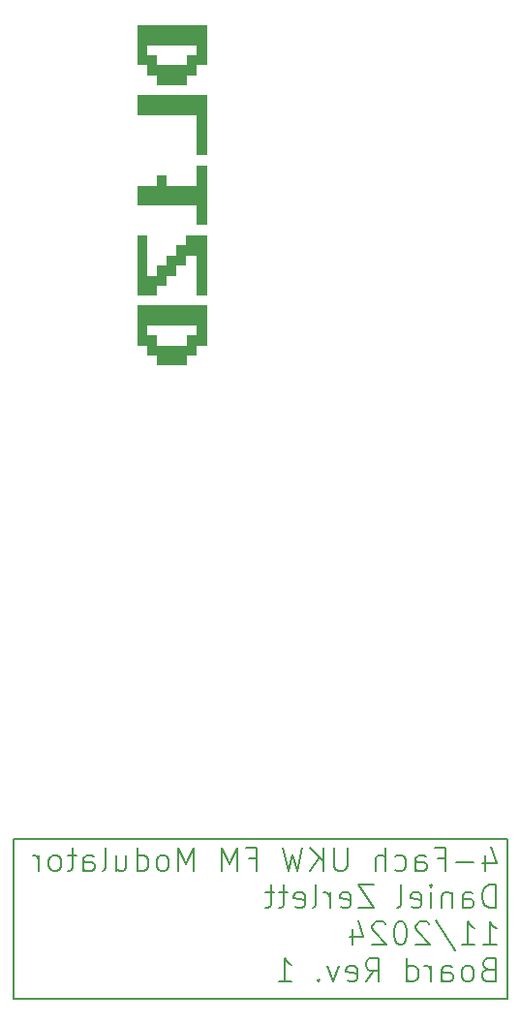
<source format=gbr>
%TF.GenerationSoftware,KiCad,Pcbnew,8.0.6*%
%TF.CreationDate,2024-11-28T17:20:23+01:00*%
%TF.ProjectId,fm-tx-LCD,666d2d74-782d-44c4-9344-2e6b69636164,rev?*%
%TF.SameCoordinates,Original*%
%TF.FileFunction,Legend,Bot*%
%TF.FilePolarity,Positive*%
%FSLAX46Y46*%
G04 Gerber Fmt 4.6, Leading zero omitted, Abs format (unit mm)*
G04 Created by KiCad (PCBNEW 8.0.6) date 2024-11-28 17:20:23*
%MOMM*%
%LPD*%
G01*
G04 APERTURE LIST*
%ADD10C,0.150000*%
G04 APERTURE END LIST*
D10*
X99060000Y-107950000D02*
X142240000Y-107950000D01*
X142240000Y-121920000D01*
X99060000Y-121920000D01*
X99060000Y-107950000D01*
G36*
X115990000Y-40330000D02*
G01*
X115130265Y-40330000D01*
X115130265Y-41206831D01*
X114270530Y-41206831D01*
X114270530Y-42066566D01*
X111613168Y-42066566D01*
X111613168Y-41206831D01*
X110753433Y-41206831D01*
X110753433Y-40330000D01*
X109893698Y-40330000D01*
X109893698Y-39456831D01*
X110769309Y-39456831D01*
X111613168Y-39456831D01*
X111613168Y-40330000D01*
X114270530Y-40330000D01*
X114270530Y-39456831D01*
X115114389Y-39456831D01*
X115114389Y-38580000D01*
X110769309Y-38580000D01*
X110769309Y-39456831D01*
X109893698Y-39456831D01*
X109893698Y-36830000D01*
X115990000Y-36830000D01*
X115990000Y-40330000D01*
G37*
G36*
X109893698Y-44705610D02*
G01*
X115114389Y-44705610D01*
X115114389Y-48192177D01*
X115990000Y-48192177D01*
X115990000Y-42955610D01*
X109893698Y-42955610D01*
X109893698Y-44705610D01*
G37*
G36*
X115990000Y-49081221D02*
G01*
X115114389Y-49081221D01*
X115114389Y-50848318D01*
X112488778Y-50848318D01*
X112488778Y-49965380D01*
X111613168Y-49965380D01*
X111613168Y-50848318D01*
X109893698Y-50848318D01*
X109893698Y-52598318D01*
X115114389Y-52598318D01*
X115114389Y-54317787D01*
X115990000Y-54317787D01*
X115990000Y-49081221D01*
G37*
G36*
X115990000Y-55206831D02*
G01*
X114192372Y-55206831D01*
X114192372Y-56066566D01*
X113332637Y-56066566D01*
X113332637Y-56973928D01*
X112472903Y-56973928D01*
X112472903Y-57833663D01*
X111613168Y-57833663D01*
X111613168Y-58723928D01*
X110769309Y-58723928D01*
X110769309Y-55206831D01*
X109893698Y-55206831D01*
X109893698Y-60443398D01*
X111613168Y-60443398D01*
X111613168Y-59583663D01*
X112472903Y-59583663D01*
X112472903Y-58723928D01*
X113332637Y-58723928D01*
X113332637Y-57816566D01*
X114192372Y-57816566D01*
X114192372Y-56956831D01*
X115114389Y-56956831D01*
X115114389Y-60443398D01*
X115990000Y-60443398D01*
X115990000Y-55206831D01*
G37*
G36*
X115990000Y-64832442D02*
G01*
X115130265Y-64832442D01*
X115130265Y-65709274D01*
X114270530Y-65709274D01*
X114270530Y-66569009D01*
X111613168Y-66569009D01*
X111613168Y-65709274D01*
X110753433Y-65709274D01*
X110753433Y-64832442D01*
X109893698Y-64832442D01*
X109893698Y-63959274D01*
X110769309Y-63959274D01*
X111613168Y-63959274D01*
X111613168Y-64832442D01*
X114270530Y-64832442D01*
X114270530Y-63959274D01*
X115114389Y-63959274D01*
X115114389Y-63082442D01*
X110769309Y-63082442D01*
X110769309Y-63959274D01*
X109893698Y-63959274D01*
X109893698Y-61332442D01*
X115990000Y-61332442D01*
X115990000Y-64832442D01*
G37*
X140357982Y-109404440D02*
X140357982Y-110737774D01*
X140834173Y-108642536D02*
X141310363Y-110071107D01*
X141310363Y-110071107D02*
X140072268Y-110071107D01*
X139310363Y-109975869D02*
X137786554Y-109975869D01*
X136167506Y-109690155D02*
X136834173Y-109690155D01*
X136834173Y-110737774D02*
X136834173Y-108737774D01*
X136834173Y-108737774D02*
X135881792Y-108737774D01*
X134262744Y-110737774D02*
X134262744Y-109690155D01*
X134262744Y-109690155D02*
X134357982Y-109499678D01*
X134357982Y-109499678D02*
X134548458Y-109404440D01*
X134548458Y-109404440D02*
X134929411Y-109404440D01*
X134929411Y-109404440D02*
X135119887Y-109499678D01*
X134262744Y-110642536D02*
X134453220Y-110737774D01*
X134453220Y-110737774D02*
X134929411Y-110737774D01*
X134929411Y-110737774D02*
X135119887Y-110642536D01*
X135119887Y-110642536D02*
X135215125Y-110452059D01*
X135215125Y-110452059D02*
X135215125Y-110261583D01*
X135215125Y-110261583D02*
X135119887Y-110071107D01*
X135119887Y-110071107D02*
X134929411Y-109975869D01*
X134929411Y-109975869D02*
X134453220Y-109975869D01*
X134453220Y-109975869D02*
X134262744Y-109880631D01*
X132453220Y-110642536D02*
X132643696Y-110737774D01*
X132643696Y-110737774D02*
X133024649Y-110737774D01*
X133024649Y-110737774D02*
X133215125Y-110642536D01*
X133215125Y-110642536D02*
X133310363Y-110547297D01*
X133310363Y-110547297D02*
X133405601Y-110356821D01*
X133405601Y-110356821D02*
X133405601Y-109785393D01*
X133405601Y-109785393D02*
X133310363Y-109594916D01*
X133310363Y-109594916D02*
X133215125Y-109499678D01*
X133215125Y-109499678D02*
X133024649Y-109404440D01*
X133024649Y-109404440D02*
X132643696Y-109404440D01*
X132643696Y-109404440D02*
X132453220Y-109499678D01*
X131596077Y-110737774D02*
X131596077Y-108737774D01*
X130738934Y-110737774D02*
X130738934Y-109690155D01*
X130738934Y-109690155D02*
X130834172Y-109499678D01*
X130834172Y-109499678D02*
X131024648Y-109404440D01*
X131024648Y-109404440D02*
X131310363Y-109404440D01*
X131310363Y-109404440D02*
X131500839Y-109499678D01*
X131500839Y-109499678D02*
X131596077Y-109594916D01*
X128262743Y-108737774D02*
X128262743Y-110356821D01*
X128262743Y-110356821D02*
X128167505Y-110547297D01*
X128167505Y-110547297D02*
X128072267Y-110642536D01*
X128072267Y-110642536D02*
X127881791Y-110737774D01*
X127881791Y-110737774D02*
X127500838Y-110737774D01*
X127500838Y-110737774D02*
X127310362Y-110642536D01*
X127310362Y-110642536D02*
X127215124Y-110547297D01*
X127215124Y-110547297D02*
X127119886Y-110356821D01*
X127119886Y-110356821D02*
X127119886Y-108737774D01*
X126167505Y-110737774D02*
X126167505Y-108737774D01*
X125024648Y-110737774D02*
X125881791Y-109594916D01*
X125024648Y-108737774D02*
X126167505Y-109880631D01*
X124357981Y-108737774D02*
X123881791Y-110737774D01*
X123881791Y-110737774D02*
X123500838Y-109309202D01*
X123500838Y-109309202D02*
X123119886Y-110737774D01*
X123119886Y-110737774D02*
X122643696Y-108737774D01*
X119691314Y-109690155D02*
X120357981Y-109690155D01*
X120357981Y-110737774D02*
X120357981Y-108737774D01*
X120357981Y-108737774D02*
X119405600Y-108737774D01*
X118643695Y-110737774D02*
X118643695Y-108737774D01*
X118643695Y-108737774D02*
X117977028Y-110166345D01*
X117977028Y-110166345D02*
X117310362Y-108737774D01*
X117310362Y-108737774D02*
X117310362Y-110737774D01*
X114834171Y-110737774D02*
X114834171Y-108737774D01*
X114834171Y-108737774D02*
X114167504Y-110166345D01*
X114167504Y-110166345D02*
X113500838Y-108737774D01*
X113500838Y-108737774D02*
X113500838Y-110737774D01*
X112262743Y-110737774D02*
X112453219Y-110642536D01*
X112453219Y-110642536D02*
X112548457Y-110547297D01*
X112548457Y-110547297D02*
X112643695Y-110356821D01*
X112643695Y-110356821D02*
X112643695Y-109785393D01*
X112643695Y-109785393D02*
X112548457Y-109594916D01*
X112548457Y-109594916D02*
X112453219Y-109499678D01*
X112453219Y-109499678D02*
X112262743Y-109404440D01*
X112262743Y-109404440D02*
X111977028Y-109404440D01*
X111977028Y-109404440D02*
X111786552Y-109499678D01*
X111786552Y-109499678D02*
X111691314Y-109594916D01*
X111691314Y-109594916D02*
X111596076Y-109785393D01*
X111596076Y-109785393D02*
X111596076Y-110356821D01*
X111596076Y-110356821D02*
X111691314Y-110547297D01*
X111691314Y-110547297D02*
X111786552Y-110642536D01*
X111786552Y-110642536D02*
X111977028Y-110737774D01*
X111977028Y-110737774D02*
X112262743Y-110737774D01*
X109881790Y-110737774D02*
X109881790Y-108737774D01*
X109881790Y-110642536D02*
X110072266Y-110737774D01*
X110072266Y-110737774D02*
X110453219Y-110737774D01*
X110453219Y-110737774D02*
X110643695Y-110642536D01*
X110643695Y-110642536D02*
X110738933Y-110547297D01*
X110738933Y-110547297D02*
X110834171Y-110356821D01*
X110834171Y-110356821D02*
X110834171Y-109785393D01*
X110834171Y-109785393D02*
X110738933Y-109594916D01*
X110738933Y-109594916D02*
X110643695Y-109499678D01*
X110643695Y-109499678D02*
X110453219Y-109404440D01*
X110453219Y-109404440D02*
X110072266Y-109404440D01*
X110072266Y-109404440D02*
X109881790Y-109499678D01*
X108072266Y-109404440D02*
X108072266Y-110737774D01*
X108929409Y-109404440D02*
X108929409Y-110452059D01*
X108929409Y-110452059D02*
X108834171Y-110642536D01*
X108834171Y-110642536D02*
X108643695Y-110737774D01*
X108643695Y-110737774D02*
X108357980Y-110737774D01*
X108357980Y-110737774D02*
X108167504Y-110642536D01*
X108167504Y-110642536D02*
X108072266Y-110547297D01*
X106834171Y-110737774D02*
X107024647Y-110642536D01*
X107024647Y-110642536D02*
X107119885Y-110452059D01*
X107119885Y-110452059D02*
X107119885Y-108737774D01*
X105215123Y-110737774D02*
X105215123Y-109690155D01*
X105215123Y-109690155D02*
X105310361Y-109499678D01*
X105310361Y-109499678D02*
X105500837Y-109404440D01*
X105500837Y-109404440D02*
X105881790Y-109404440D01*
X105881790Y-109404440D02*
X106072266Y-109499678D01*
X105215123Y-110642536D02*
X105405599Y-110737774D01*
X105405599Y-110737774D02*
X105881790Y-110737774D01*
X105881790Y-110737774D02*
X106072266Y-110642536D01*
X106072266Y-110642536D02*
X106167504Y-110452059D01*
X106167504Y-110452059D02*
X106167504Y-110261583D01*
X106167504Y-110261583D02*
X106072266Y-110071107D01*
X106072266Y-110071107D02*
X105881790Y-109975869D01*
X105881790Y-109975869D02*
X105405599Y-109975869D01*
X105405599Y-109975869D02*
X105215123Y-109880631D01*
X104548456Y-109404440D02*
X103786552Y-109404440D01*
X104262742Y-108737774D02*
X104262742Y-110452059D01*
X104262742Y-110452059D02*
X104167504Y-110642536D01*
X104167504Y-110642536D02*
X103977028Y-110737774D01*
X103977028Y-110737774D02*
X103786552Y-110737774D01*
X102834171Y-110737774D02*
X103024647Y-110642536D01*
X103024647Y-110642536D02*
X103119885Y-110547297D01*
X103119885Y-110547297D02*
X103215123Y-110356821D01*
X103215123Y-110356821D02*
X103215123Y-109785393D01*
X103215123Y-109785393D02*
X103119885Y-109594916D01*
X103119885Y-109594916D02*
X103024647Y-109499678D01*
X103024647Y-109499678D02*
X102834171Y-109404440D01*
X102834171Y-109404440D02*
X102548456Y-109404440D01*
X102548456Y-109404440D02*
X102357980Y-109499678D01*
X102357980Y-109499678D02*
X102262742Y-109594916D01*
X102262742Y-109594916D02*
X102167504Y-109785393D01*
X102167504Y-109785393D02*
X102167504Y-110356821D01*
X102167504Y-110356821D02*
X102262742Y-110547297D01*
X102262742Y-110547297D02*
X102357980Y-110642536D01*
X102357980Y-110642536D02*
X102548456Y-110737774D01*
X102548456Y-110737774D02*
X102834171Y-110737774D01*
X101310361Y-110737774D02*
X101310361Y-109404440D01*
X101310361Y-109785393D02*
X101215123Y-109594916D01*
X101215123Y-109594916D02*
X101119885Y-109499678D01*
X101119885Y-109499678D02*
X100929409Y-109404440D01*
X100929409Y-109404440D02*
X100738932Y-109404440D01*
X141215125Y-113957662D02*
X141215125Y-111957662D01*
X141215125Y-111957662D02*
X140738935Y-111957662D01*
X140738935Y-111957662D02*
X140453220Y-112052900D01*
X140453220Y-112052900D02*
X140262744Y-112243376D01*
X140262744Y-112243376D02*
X140167506Y-112433852D01*
X140167506Y-112433852D02*
X140072268Y-112814804D01*
X140072268Y-112814804D02*
X140072268Y-113100519D01*
X140072268Y-113100519D02*
X140167506Y-113481471D01*
X140167506Y-113481471D02*
X140262744Y-113671947D01*
X140262744Y-113671947D02*
X140453220Y-113862424D01*
X140453220Y-113862424D02*
X140738935Y-113957662D01*
X140738935Y-113957662D02*
X141215125Y-113957662D01*
X138357982Y-113957662D02*
X138357982Y-112910043D01*
X138357982Y-112910043D02*
X138453220Y-112719566D01*
X138453220Y-112719566D02*
X138643696Y-112624328D01*
X138643696Y-112624328D02*
X139024649Y-112624328D01*
X139024649Y-112624328D02*
X139215125Y-112719566D01*
X138357982Y-113862424D02*
X138548458Y-113957662D01*
X138548458Y-113957662D02*
X139024649Y-113957662D01*
X139024649Y-113957662D02*
X139215125Y-113862424D01*
X139215125Y-113862424D02*
X139310363Y-113671947D01*
X139310363Y-113671947D02*
X139310363Y-113481471D01*
X139310363Y-113481471D02*
X139215125Y-113290995D01*
X139215125Y-113290995D02*
X139024649Y-113195757D01*
X139024649Y-113195757D02*
X138548458Y-113195757D01*
X138548458Y-113195757D02*
X138357982Y-113100519D01*
X137405601Y-112624328D02*
X137405601Y-113957662D01*
X137405601Y-112814804D02*
X137310363Y-112719566D01*
X137310363Y-112719566D02*
X137119887Y-112624328D01*
X137119887Y-112624328D02*
X136834172Y-112624328D01*
X136834172Y-112624328D02*
X136643696Y-112719566D01*
X136643696Y-112719566D02*
X136548458Y-112910043D01*
X136548458Y-112910043D02*
X136548458Y-113957662D01*
X135596077Y-113957662D02*
X135596077Y-112624328D01*
X135596077Y-111957662D02*
X135691315Y-112052900D01*
X135691315Y-112052900D02*
X135596077Y-112148138D01*
X135596077Y-112148138D02*
X135500839Y-112052900D01*
X135500839Y-112052900D02*
X135596077Y-111957662D01*
X135596077Y-111957662D02*
X135596077Y-112148138D01*
X133881791Y-113862424D02*
X134072267Y-113957662D01*
X134072267Y-113957662D02*
X134453220Y-113957662D01*
X134453220Y-113957662D02*
X134643696Y-113862424D01*
X134643696Y-113862424D02*
X134738934Y-113671947D01*
X134738934Y-113671947D02*
X134738934Y-112910043D01*
X134738934Y-112910043D02*
X134643696Y-112719566D01*
X134643696Y-112719566D02*
X134453220Y-112624328D01*
X134453220Y-112624328D02*
X134072267Y-112624328D01*
X134072267Y-112624328D02*
X133881791Y-112719566D01*
X133881791Y-112719566D02*
X133786553Y-112910043D01*
X133786553Y-112910043D02*
X133786553Y-113100519D01*
X133786553Y-113100519D02*
X134738934Y-113290995D01*
X132643696Y-113957662D02*
X132834172Y-113862424D01*
X132834172Y-113862424D02*
X132929410Y-113671947D01*
X132929410Y-113671947D02*
X132929410Y-111957662D01*
X130548457Y-111957662D02*
X129215124Y-111957662D01*
X129215124Y-111957662D02*
X130548457Y-113957662D01*
X130548457Y-113957662D02*
X129215124Y-113957662D01*
X127691314Y-113862424D02*
X127881790Y-113957662D01*
X127881790Y-113957662D02*
X128262743Y-113957662D01*
X128262743Y-113957662D02*
X128453219Y-113862424D01*
X128453219Y-113862424D02*
X128548457Y-113671947D01*
X128548457Y-113671947D02*
X128548457Y-112910043D01*
X128548457Y-112910043D02*
X128453219Y-112719566D01*
X128453219Y-112719566D02*
X128262743Y-112624328D01*
X128262743Y-112624328D02*
X127881790Y-112624328D01*
X127881790Y-112624328D02*
X127691314Y-112719566D01*
X127691314Y-112719566D02*
X127596076Y-112910043D01*
X127596076Y-112910043D02*
X127596076Y-113100519D01*
X127596076Y-113100519D02*
X128548457Y-113290995D01*
X126738933Y-113957662D02*
X126738933Y-112624328D01*
X126738933Y-113005281D02*
X126643695Y-112814804D01*
X126643695Y-112814804D02*
X126548457Y-112719566D01*
X126548457Y-112719566D02*
X126357981Y-112624328D01*
X126357981Y-112624328D02*
X126167504Y-112624328D01*
X125215124Y-113957662D02*
X125405600Y-113862424D01*
X125405600Y-113862424D02*
X125500838Y-113671947D01*
X125500838Y-113671947D02*
X125500838Y-111957662D01*
X123691314Y-113862424D02*
X123881790Y-113957662D01*
X123881790Y-113957662D02*
X124262743Y-113957662D01*
X124262743Y-113957662D02*
X124453219Y-113862424D01*
X124453219Y-113862424D02*
X124548457Y-113671947D01*
X124548457Y-113671947D02*
X124548457Y-112910043D01*
X124548457Y-112910043D02*
X124453219Y-112719566D01*
X124453219Y-112719566D02*
X124262743Y-112624328D01*
X124262743Y-112624328D02*
X123881790Y-112624328D01*
X123881790Y-112624328D02*
X123691314Y-112719566D01*
X123691314Y-112719566D02*
X123596076Y-112910043D01*
X123596076Y-112910043D02*
X123596076Y-113100519D01*
X123596076Y-113100519D02*
X124548457Y-113290995D01*
X123024647Y-112624328D02*
X122262743Y-112624328D01*
X122738933Y-111957662D02*
X122738933Y-113671947D01*
X122738933Y-113671947D02*
X122643695Y-113862424D01*
X122643695Y-113862424D02*
X122453219Y-113957662D01*
X122453219Y-113957662D02*
X122262743Y-113957662D01*
X121881790Y-112624328D02*
X121119886Y-112624328D01*
X121596076Y-111957662D02*
X121596076Y-113671947D01*
X121596076Y-113671947D02*
X121500838Y-113862424D01*
X121500838Y-113862424D02*
X121310362Y-113957662D01*
X121310362Y-113957662D02*
X121119886Y-113957662D01*
X140167506Y-117177550D02*
X141310363Y-117177550D01*
X140738935Y-117177550D02*
X140738935Y-115177550D01*
X140738935Y-115177550D02*
X140929411Y-115463264D01*
X140929411Y-115463264D02*
X141119887Y-115653740D01*
X141119887Y-115653740D02*
X141310363Y-115748978D01*
X138262744Y-117177550D02*
X139405601Y-117177550D01*
X138834173Y-117177550D02*
X138834173Y-115177550D01*
X138834173Y-115177550D02*
X139024649Y-115463264D01*
X139024649Y-115463264D02*
X139215125Y-115653740D01*
X139215125Y-115653740D02*
X139405601Y-115748978D01*
X135977030Y-115082312D02*
X137691315Y-117653740D01*
X135405601Y-115368026D02*
X135310363Y-115272788D01*
X135310363Y-115272788D02*
X135119887Y-115177550D01*
X135119887Y-115177550D02*
X134643696Y-115177550D01*
X134643696Y-115177550D02*
X134453220Y-115272788D01*
X134453220Y-115272788D02*
X134357982Y-115368026D01*
X134357982Y-115368026D02*
X134262744Y-115558502D01*
X134262744Y-115558502D02*
X134262744Y-115748978D01*
X134262744Y-115748978D02*
X134357982Y-116034692D01*
X134357982Y-116034692D02*
X135500839Y-117177550D01*
X135500839Y-117177550D02*
X134262744Y-117177550D01*
X133024649Y-115177550D02*
X132834172Y-115177550D01*
X132834172Y-115177550D02*
X132643696Y-115272788D01*
X132643696Y-115272788D02*
X132548458Y-115368026D01*
X132548458Y-115368026D02*
X132453220Y-115558502D01*
X132453220Y-115558502D02*
X132357982Y-115939454D01*
X132357982Y-115939454D02*
X132357982Y-116415645D01*
X132357982Y-116415645D02*
X132453220Y-116796597D01*
X132453220Y-116796597D02*
X132548458Y-116987073D01*
X132548458Y-116987073D02*
X132643696Y-117082312D01*
X132643696Y-117082312D02*
X132834172Y-117177550D01*
X132834172Y-117177550D02*
X133024649Y-117177550D01*
X133024649Y-117177550D02*
X133215125Y-117082312D01*
X133215125Y-117082312D02*
X133310363Y-116987073D01*
X133310363Y-116987073D02*
X133405601Y-116796597D01*
X133405601Y-116796597D02*
X133500839Y-116415645D01*
X133500839Y-116415645D02*
X133500839Y-115939454D01*
X133500839Y-115939454D02*
X133405601Y-115558502D01*
X133405601Y-115558502D02*
X133310363Y-115368026D01*
X133310363Y-115368026D02*
X133215125Y-115272788D01*
X133215125Y-115272788D02*
X133024649Y-115177550D01*
X131596077Y-115368026D02*
X131500839Y-115272788D01*
X131500839Y-115272788D02*
X131310363Y-115177550D01*
X131310363Y-115177550D02*
X130834172Y-115177550D01*
X130834172Y-115177550D02*
X130643696Y-115272788D01*
X130643696Y-115272788D02*
X130548458Y-115368026D01*
X130548458Y-115368026D02*
X130453220Y-115558502D01*
X130453220Y-115558502D02*
X130453220Y-115748978D01*
X130453220Y-115748978D02*
X130548458Y-116034692D01*
X130548458Y-116034692D02*
X131691315Y-117177550D01*
X131691315Y-117177550D02*
X130453220Y-117177550D01*
X128738934Y-115844216D02*
X128738934Y-117177550D01*
X129215125Y-115082312D02*
X129691315Y-116510883D01*
X129691315Y-116510883D02*
X128453220Y-116510883D01*
X140548458Y-119349819D02*
X140262744Y-119445057D01*
X140262744Y-119445057D02*
X140167506Y-119540295D01*
X140167506Y-119540295D02*
X140072268Y-119730771D01*
X140072268Y-119730771D02*
X140072268Y-120016485D01*
X140072268Y-120016485D02*
X140167506Y-120206961D01*
X140167506Y-120206961D02*
X140262744Y-120302200D01*
X140262744Y-120302200D02*
X140453220Y-120397438D01*
X140453220Y-120397438D02*
X141215125Y-120397438D01*
X141215125Y-120397438D02*
X141215125Y-118397438D01*
X141215125Y-118397438D02*
X140548458Y-118397438D01*
X140548458Y-118397438D02*
X140357982Y-118492676D01*
X140357982Y-118492676D02*
X140262744Y-118587914D01*
X140262744Y-118587914D02*
X140167506Y-118778390D01*
X140167506Y-118778390D02*
X140167506Y-118968866D01*
X140167506Y-118968866D02*
X140262744Y-119159342D01*
X140262744Y-119159342D02*
X140357982Y-119254580D01*
X140357982Y-119254580D02*
X140548458Y-119349819D01*
X140548458Y-119349819D02*
X141215125Y-119349819D01*
X138929411Y-120397438D02*
X139119887Y-120302200D01*
X139119887Y-120302200D02*
X139215125Y-120206961D01*
X139215125Y-120206961D02*
X139310363Y-120016485D01*
X139310363Y-120016485D02*
X139310363Y-119445057D01*
X139310363Y-119445057D02*
X139215125Y-119254580D01*
X139215125Y-119254580D02*
X139119887Y-119159342D01*
X139119887Y-119159342D02*
X138929411Y-119064104D01*
X138929411Y-119064104D02*
X138643696Y-119064104D01*
X138643696Y-119064104D02*
X138453220Y-119159342D01*
X138453220Y-119159342D02*
X138357982Y-119254580D01*
X138357982Y-119254580D02*
X138262744Y-119445057D01*
X138262744Y-119445057D02*
X138262744Y-120016485D01*
X138262744Y-120016485D02*
X138357982Y-120206961D01*
X138357982Y-120206961D02*
X138453220Y-120302200D01*
X138453220Y-120302200D02*
X138643696Y-120397438D01*
X138643696Y-120397438D02*
X138929411Y-120397438D01*
X136548458Y-120397438D02*
X136548458Y-119349819D01*
X136548458Y-119349819D02*
X136643696Y-119159342D01*
X136643696Y-119159342D02*
X136834172Y-119064104D01*
X136834172Y-119064104D02*
X137215125Y-119064104D01*
X137215125Y-119064104D02*
X137405601Y-119159342D01*
X136548458Y-120302200D02*
X136738934Y-120397438D01*
X136738934Y-120397438D02*
X137215125Y-120397438D01*
X137215125Y-120397438D02*
X137405601Y-120302200D01*
X137405601Y-120302200D02*
X137500839Y-120111723D01*
X137500839Y-120111723D02*
X137500839Y-119921247D01*
X137500839Y-119921247D02*
X137405601Y-119730771D01*
X137405601Y-119730771D02*
X137215125Y-119635533D01*
X137215125Y-119635533D02*
X136738934Y-119635533D01*
X136738934Y-119635533D02*
X136548458Y-119540295D01*
X135596077Y-120397438D02*
X135596077Y-119064104D01*
X135596077Y-119445057D02*
X135500839Y-119254580D01*
X135500839Y-119254580D02*
X135405601Y-119159342D01*
X135405601Y-119159342D02*
X135215125Y-119064104D01*
X135215125Y-119064104D02*
X135024648Y-119064104D01*
X133500839Y-120397438D02*
X133500839Y-118397438D01*
X133500839Y-120302200D02*
X133691315Y-120397438D01*
X133691315Y-120397438D02*
X134072268Y-120397438D01*
X134072268Y-120397438D02*
X134262744Y-120302200D01*
X134262744Y-120302200D02*
X134357982Y-120206961D01*
X134357982Y-120206961D02*
X134453220Y-120016485D01*
X134453220Y-120016485D02*
X134453220Y-119445057D01*
X134453220Y-119445057D02*
X134357982Y-119254580D01*
X134357982Y-119254580D02*
X134262744Y-119159342D01*
X134262744Y-119159342D02*
X134072268Y-119064104D01*
X134072268Y-119064104D02*
X133691315Y-119064104D01*
X133691315Y-119064104D02*
X133500839Y-119159342D01*
X129881791Y-120397438D02*
X130548458Y-119445057D01*
X131024648Y-120397438D02*
X131024648Y-118397438D01*
X131024648Y-118397438D02*
X130262743Y-118397438D01*
X130262743Y-118397438D02*
X130072267Y-118492676D01*
X130072267Y-118492676D02*
X129977029Y-118587914D01*
X129977029Y-118587914D02*
X129881791Y-118778390D01*
X129881791Y-118778390D02*
X129881791Y-119064104D01*
X129881791Y-119064104D02*
X129977029Y-119254580D01*
X129977029Y-119254580D02*
X130072267Y-119349819D01*
X130072267Y-119349819D02*
X130262743Y-119445057D01*
X130262743Y-119445057D02*
X131024648Y-119445057D01*
X128262743Y-120302200D02*
X128453219Y-120397438D01*
X128453219Y-120397438D02*
X128834172Y-120397438D01*
X128834172Y-120397438D02*
X129024648Y-120302200D01*
X129024648Y-120302200D02*
X129119886Y-120111723D01*
X129119886Y-120111723D02*
X129119886Y-119349819D01*
X129119886Y-119349819D02*
X129024648Y-119159342D01*
X129024648Y-119159342D02*
X128834172Y-119064104D01*
X128834172Y-119064104D02*
X128453219Y-119064104D01*
X128453219Y-119064104D02*
X128262743Y-119159342D01*
X128262743Y-119159342D02*
X128167505Y-119349819D01*
X128167505Y-119349819D02*
X128167505Y-119540295D01*
X128167505Y-119540295D02*
X129119886Y-119730771D01*
X127500838Y-119064104D02*
X127024648Y-120397438D01*
X127024648Y-120397438D02*
X126548457Y-119064104D01*
X125786552Y-120206961D02*
X125691314Y-120302200D01*
X125691314Y-120302200D02*
X125786552Y-120397438D01*
X125786552Y-120397438D02*
X125881790Y-120302200D01*
X125881790Y-120302200D02*
X125786552Y-120206961D01*
X125786552Y-120206961D02*
X125786552Y-120397438D01*
X122262742Y-120397438D02*
X123405599Y-120397438D01*
X122834171Y-120397438D02*
X122834171Y-118397438D01*
X122834171Y-118397438D02*
X123024647Y-118683152D01*
X123024647Y-118683152D02*
X123215123Y-118873628D01*
X123215123Y-118873628D02*
X123405599Y-118968866D01*
M02*

</source>
